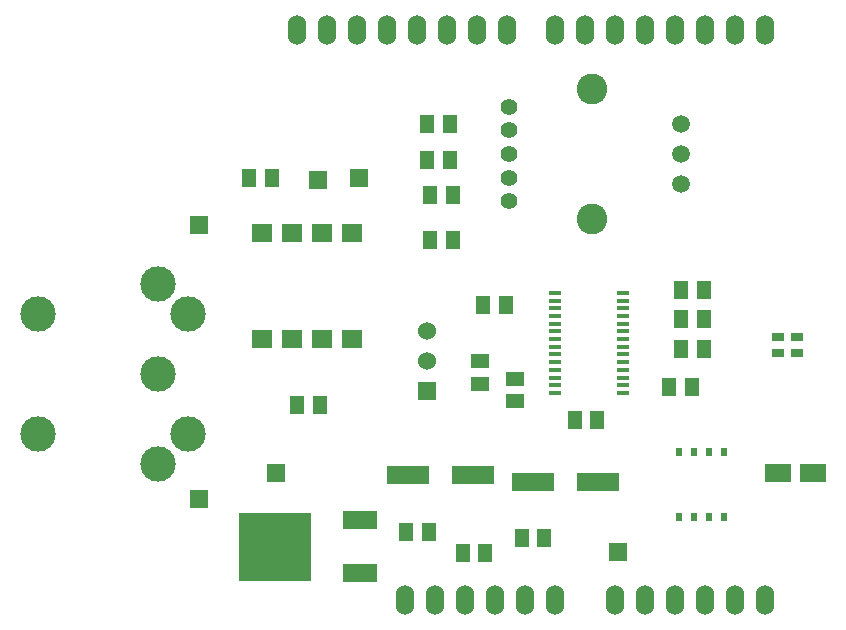
<source format=gts>
%FSLAX34Y34*%
G04 Gerber Fmt 3.4, Leading zero omitted, Abs format*
G04 (created by PCBNEW (2014-02-26 BZR 4721)-product) date Wednesday, 20 August 2014 20:09:21*
%MOIN*%
G01*
G70*
G90*
G04 APERTURE LIST*
%ADD10C,0.005906*%
%ADD11O,0.060000X0.100000*%
%ADD12C,0.055118*%
%ADD13C,0.059055*%
%ADD14C,0.102362*%
%ADD15R,0.060000X0.060000*%
%ADD16C,0.060000*%
%ADD17R,0.118110X0.062992*%
%ADD18R,0.244094X0.228346*%
%ADD19C,0.118110*%
%ADD20R,0.141700X0.063000*%
%ADD21R,0.086600X0.063000*%
%ADD22R,0.059000X0.051200*%
%ADD23R,0.051200X0.059000*%
%ADD24R,0.039000X0.012000*%
%ADD25R,0.039370X0.027559*%
%ADD26R,0.070000X0.059800*%
%ADD27R,0.020000X0.027500*%
G04 APERTURE END LIST*
G54D10*
G54D11*
X56456Y-30614D03*
X55456Y-30614D03*
X54456Y-30614D03*
X51456Y-30614D03*
X52456Y-30614D03*
X53456Y-30614D03*
X49456Y-30614D03*
X48456Y-30614D03*
X47456Y-30614D03*
X45456Y-30614D03*
X44456Y-30614D03*
X56456Y-11614D03*
X55456Y-11614D03*
X54456Y-11614D03*
X53456Y-11614D03*
X52456Y-11614D03*
X51456Y-11614D03*
X50456Y-11614D03*
X49456Y-11614D03*
X47856Y-11614D03*
X46856Y-11614D03*
X45856Y-11614D03*
X44856Y-11614D03*
X43856Y-11614D03*
X42856Y-11614D03*
X41856Y-11614D03*
X40856Y-11614D03*
X46456Y-30614D03*
G54D12*
X47933Y-17322D03*
X47933Y-16535D03*
X47933Y-15748D03*
X47933Y-14960D03*
X47933Y-14173D03*
G54D13*
X53641Y-16732D03*
X53641Y-15748D03*
X53641Y-14763D03*
G54D14*
X50688Y-17913D03*
X50688Y-13582D03*
G54D15*
X45177Y-23637D03*
G54D16*
X45177Y-22637D03*
X45177Y-21637D03*
G54D15*
X41574Y-16614D03*
X37598Y-18110D03*
X37598Y-27244D03*
X40157Y-26377D03*
X42913Y-16535D03*
X51574Y-29015D03*
G54D17*
X42952Y-29724D03*
G54D18*
X40118Y-28858D03*
G54D17*
X42952Y-27952D03*
G54D19*
X32220Y-25070D03*
X32220Y-21070D03*
X36220Y-20070D03*
X37220Y-21070D03*
X36220Y-23070D03*
X37220Y-25070D03*
X36220Y-26070D03*
G54D20*
X50886Y-26673D03*
X48720Y-26673D03*
X44546Y-26456D03*
X46712Y-26456D03*
G54D21*
X56889Y-26377D03*
X58071Y-26377D03*
G54D22*
X48129Y-23247D03*
X48129Y-23997D03*
X46948Y-22656D03*
X46948Y-23406D03*
G54D23*
X48345Y-28543D03*
X49095Y-28543D03*
X54410Y-21259D03*
X53660Y-21259D03*
X54410Y-22244D03*
X53660Y-22244D03*
X54410Y-20275D03*
X53660Y-20275D03*
X47065Y-20767D03*
X47815Y-20767D03*
X54016Y-23523D03*
X53266Y-23523D03*
X45195Y-15944D03*
X45945Y-15944D03*
X45294Y-18602D03*
X46044Y-18602D03*
X45294Y-17125D03*
X46044Y-17125D03*
X45195Y-14763D03*
X45945Y-14763D03*
X40020Y-16535D03*
X39270Y-16535D03*
X41615Y-24114D03*
X40865Y-24114D03*
X46376Y-29035D03*
X47126Y-29035D03*
X45256Y-28346D03*
X44506Y-28346D03*
G54D24*
X51738Y-23710D03*
X51738Y-23454D03*
X51738Y-23198D03*
X51738Y-22942D03*
X51738Y-22686D03*
X51738Y-22430D03*
X51738Y-22174D03*
X51738Y-21920D03*
X51738Y-21664D03*
X51738Y-21408D03*
X51738Y-21152D03*
X51738Y-20896D03*
X51738Y-20640D03*
X51738Y-20384D03*
X49442Y-20384D03*
X49442Y-20640D03*
X49442Y-20896D03*
X49442Y-21152D03*
X49442Y-21408D03*
X49442Y-21664D03*
X49442Y-21920D03*
X49442Y-22174D03*
X49442Y-22430D03*
X49442Y-22686D03*
X49442Y-22942D03*
X49442Y-23198D03*
X49442Y-23454D03*
X49442Y-23710D03*
G54D23*
X50867Y-24606D03*
X50117Y-24606D03*
G54D25*
X57527Y-22389D03*
X56901Y-22389D03*
X57527Y-21842D03*
X56901Y-21842D03*
G54D26*
X39682Y-21930D03*
X40682Y-21930D03*
X41680Y-21930D03*
X42680Y-21930D03*
X42680Y-18384D03*
X41680Y-18384D03*
X40682Y-18384D03*
X39682Y-18384D03*
G54D27*
X53581Y-27853D03*
X54081Y-27853D03*
X54579Y-27853D03*
X55079Y-27853D03*
X55079Y-25689D03*
X54579Y-25689D03*
X54081Y-25689D03*
X53581Y-25689D03*
M02*

</source>
